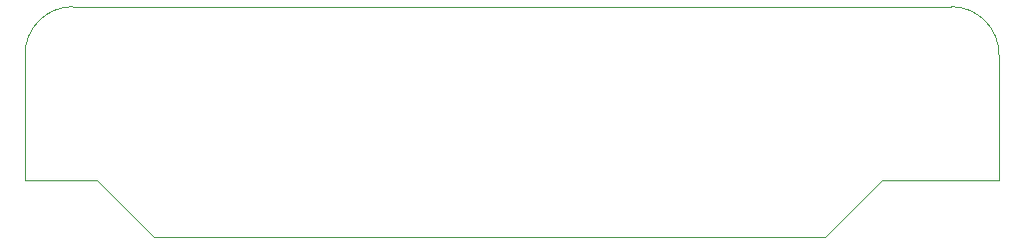
<source format=gbr>
%TF.GenerationSoftware,KiCad,Pcbnew,(6.0.11)*%
%TF.CreationDate,2024-03-18T15:41:05-03:00*%
%TF.ProjectId,qds-cv-bypass-adapter,7164732d-6376-42d6-9279-706173732d61,rev?*%
%TF.SameCoordinates,Original*%
%TF.FileFunction,Profile,NP*%
%FSLAX46Y46*%
G04 Gerber Fmt 4.6, Leading zero omitted, Abs format (unit mm)*
G04 Created by KiCad (PCBNEW (6.0.11)) date 2024-03-18 15:41:05*
%MOMM*%
%LPD*%
G01*
G04 APERTURE LIST*
%TA.AperFunction,Profile*%
%ADD10C,0.100000*%
%TD*%
G04 APERTURE END LIST*
D10*
X134112000Y-79502000D02*
G75*
G03*
X130048000Y-83566000I0J-4064000D01*
G01*
X140970000Y-99060000D02*
X136144000Y-94234000D01*
X130048000Y-83566000D02*
X130048000Y-94234000D01*
X212598000Y-94234000D02*
X212598000Y-83566000D01*
X212598000Y-94234000D02*
X202692000Y-94234000D01*
X208534000Y-79502000D02*
X134112000Y-79502000D01*
X202692000Y-94234000D02*
X197866000Y-99060000D01*
X136144000Y-94234000D02*
X130048000Y-94234000D01*
X197866000Y-99060000D02*
X140970000Y-99060000D01*
X212598000Y-83566000D02*
G75*
G03*
X208534000Y-79502000I-4064000J0D01*
G01*
M02*

</source>
